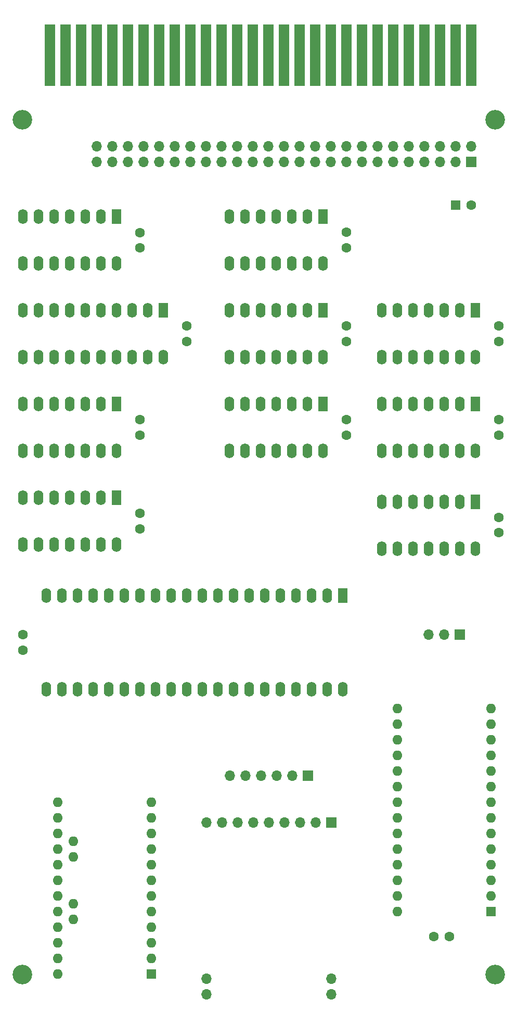
<source format=gbs>
G04 #@! TF.GenerationSoftware,KiCad,Pcbnew,(5.1.9)-1*
G04 #@! TF.CreationDate,2025-07-04T21:58:15+09:00*
G04 #@! TF.ProjectId,FP-1100_SD,46502d31-3130-4305-9f53-442e6b696361,rev?*
G04 #@! TF.SameCoordinates,PX53920b0PYad82f20*
G04 #@! TF.FileFunction,Soldermask,Bot*
G04 #@! TF.FilePolarity,Negative*
%FSLAX46Y46*%
G04 Gerber Fmt 4.6, Leading zero omitted, Abs format (unit mm)*
G04 Created by KiCad (PCBNEW (5.1.9)-1) date 2025-07-04 21:58:15*
%MOMM*%
%LPD*%
G01*
G04 APERTURE LIST*
%ADD10O,1.600000X2.400000*%
%ADD11R,1.600000X2.400000*%
%ADD12C,1.600000*%
%ADD13C,3.200000*%
%ADD14R,1.600000X1.600000*%
%ADD15R,1.700000X1.700000*%
%ADD16O,1.700000X1.700000*%
%ADD17O,1.600000X1.600000*%
%ADD18R,1.780000X10.000000*%
G04 APERTURE END LIST*
D10*
X53975000Y90170000D03*
X38735000Y97790000D03*
X51435000Y90170000D03*
X41275000Y97790000D03*
X48895000Y90170000D03*
X43815000Y97790000D03*
X46355000Y90170000D03*
X46355000Y97790000D03*
X43815000Y90170000D03*
X48895000Y97790000D03*
X41275000Y90170000D03*
X51435000Y97790000D03*
X38735000Y90170000D03*
D11*
X53975000Y97790000D03*
D12*
X5080000Y57785000D03*
X5080000Y60285000D03*
D11*
X57150000Y66675000D03*
D10*
X8890000Y51435000D03*
X54610000Y66675000D03*
X11430000Y51435000D03*
X52070000Y66675000D03*
X13970000Y51435000D03*
X49530000Y66675000D03*
X16510000Y51435000D03*
X46990000Y66675000D03*
X19050000Y51435000D03*
X44450000Y66675000D03*
X21590000Y51435000D03*
X41910000Y66675000D03*
X24130000Y51435000D03*
X39370000Y66675000D03*
X26670000Y51435000D03*
X36830000Y66675000D03*
X29210000Y51435000D03*
X34290000Y66675000D03*
X31750000Y51435000D03*
X31750000Y66675000D03*
X34290000Y51435000D03*
X29210000Y66675000D03*
X36830000Y51435000D03*
X26670000Y66675000D03*
X39370000Y51435000D03*
X24130000Y66675000D03*
X41910000Y51435000D03*
X21590000Y66675000D03*
X44450000Y51435000D03*
X19050000Y66675000D03*
X46990000Y51435000D03*
X16510000Y66675000D03*
X49530000Y51435000D03*
X13970000Y66675000D03*
X52070000Y51435000D03*
X11430000Y66675000D03*
X54610000Y51435000D03*
X8890000Y66675000D03*
X57150000Y51435000D03*
D12*
X74532000Y11221000D03*
X72032000Y11221000D03*
D13*
X5000000Y144000000D03*
X82000000Y144000000D03*
X82000000Y5000000D03*
X5000000Y5000000D03*
D14*
X75565000Y130175000D03*
D12*
X78065000Y130175000D03*
D15*
X55305000Y29720000D03*
D16*
X52765000Y29720000D03*
X50225000Y29720000D03*
X47685000Y29720000D03*
X45145000Y29720000D03*
X42605000Y29720000D03*
X40065000Y29720000D03*
X37525000Y29720000D03*
X34985000Y29720000D03*
X34985000Y1780000D03*
X34985000Y4320000D03*
X55305000Y1780000D03*
X55305000Y4320000D03*
D14*
X26035000Y5080000D03*
D17*
X26035000Y7620000D03*
X26035000Y10160000D03*
X10795000Y33020000D03*
X26035000Y12700000D03*
X10795000Y30480000D03*
X26035000Y15240000D03*
X10795000Y27940000D03*
X26035000Y17780000D03*
X10795000Y25400000D03*
X26035000Y20320000D03*
X10795000Y22860000D03*
X26035000Y22860000D03*
X10795000Y20320000D03*
X26035000Y25400000D03*
X10795000Y17780000D03*
X26035000Y27940000D03*
X10795000Y15240000D03*
X26035000Y30480000D03*
X10795000Y12700000D03*
X26035000Y33020000D03*
X10795000Y10160000D03*
X10795000Y7620000D03*
X10795000Y5080000D03*
X13335000Y13970000D03*
X13335000Y16510000D03*
X13335000Y24130000D03*
X13335000Y26670000D03*
D15*
X51495000Y37340000D03*
D16*
X48955000Y37340000D03*
X46415000Y37340000D03*
X43875000Y37340000D03*
X41335000Y37340000D03*
X38795000Y37340000D03*
D12*
X57785000Y123230000D03*
X57785000Y125730000D03*
X82550000Y110490000D03*
X82550000Y107990000D03*
X57785000Y107990000D03*
X57785000Y110490000D03*
X82550000Y95250000D03*
X82550000Y92750000D03*
X82550000Y76875000D03*
X82550000Y79375000D03*
X57785000Y92750000D03*
X57785000Y95250000D03*
X24130000Y95250000D03*
X24130000Y92750000D03*
X24130000Y80010000D03*
X24130000Y77510000D03*
D18*
X9525000Y154559000D03*
X12065000Y154559000D03*
X14605000Y154559000D03*
X17145000Y154559000D03*
X19685000Y154559000D03*
X22225000Y154559000D03*
X24765000Y154559000D03*
X27305000Y154559000D03*
X29845000Y154559000D03*
X32385000Y154559000D03*
X34925000Y154559000D03*
X37465000Y154559000D03*
X40005000Y154559000D03*
X42545000Y154559000D03*
X45085000Y154559000D03*
X47625000Y154559000D03*
X50165000Y154559000D03*
X52705000Y154559000D03*
X55245000Y154559000D03*
X57785000Y154559000D03*
X60325000Y154559000D03*
X62865000Y154559000D03*
X65405000Y154559000D03*
X67945000Y154559000D03*
X70485000Y154559000D03*
X73025000Y154559000D03*
X75565000Y154559000D03*
X78105000Y154559000D03*
D11*
X53975000Y128270000D03*
D10*
X38735000Y120650000D03*
X51435000Y128270000D03*
X41275000Y120650000D03*
X48895000Y128270000D03*
X43815000Y120650000D03*
X46355000Y128270000D03*
X46355000Y120650000D03*
X43815000Y128270000D03*
X48895000Y120650000D03*
X41275000Y128270000D03*
X51435000Y120650000D03*
X38735000Y128270000D03*
X53975000Y120650000D03*
X78740000Y105410000D03*
X63500000Y113030000D03*
X76200000Y105410000D03*
X66040000Y113030000D03*
X73660000Y105410000D03*
X68580000Y113030000D03*
X71120000Y105410000D03*
X71120000Y113030000D03*
X68580000Y105410000D03*
X73660000Y113030000D03*
X66040000Y105410000D03*
X76200000Y113030000D03*
X63500000Y105410000D03*
D11*
X78740000Y113030000D03*
X53975000Y113030000D03*
D10*
X38735000Y105410000D03*
X51435000Y113030000D03*
X41275000Y105410000D03*
X48895000Y113030000D03*
X43815000Y105410000D03*
X46355000Y113030000D03*
X46355000Y105410000D03*
X43815000Y113030000D03*
X48895000Y105410000D03*
X41275000Y113030000D03*
X51435000Y105410000D03*
X38735000Y113030000D03*
X53975000Y105410000D03*
D11*
X78740000Y97790000D03*
D10*
X63500000Y90170000D03*
X76200000Y97790000D03*
X66040000Y90170000D03*
X73660000Y97790000D03*
X68580000Y90170000D03*
X71120000Y97790000D03*
X71120000Y90170000D03*
X68580000Y97790000D03*
X73660000Y90170000D03*
X66040000Y97790000D03*
X76200000Y90170000D03*
X63500000Y97790000D03*
X78740000Y90170000D03*
X78740000Y74295000D03*
X63500000Y81915000D03*
X76200000Y74295000D03*
X66040000Y81915000D03*
X73660000Y74295000D03*
X68580000Y81915000D03*
X71120000Y74295000D03*
X71120000Y81915000D03*
X68580000Y74295000D03*
X73660000Y81915000D03*
X66040000Y74295000D03*
X76200000Y81915000D03*
X63500000Y74295000D03*
D11*
X78740000Y81915000D03*
X20320000Y97790000D03*
D10*
X5080000Y90170000D03*
X17780000Y97790000D03*
X7620000Y90170000D03*
X15240000Y97790000D03*
X10160000Y90170000D03*
X12700000Y97790000D03*
X12700000Y90170000D03*
X10160000Y97790000D03*
X15240000Y90170000D03*
X7620000Y97790000D03*
X17780000Y90170000D03*
X5080000Y97790000D03*
X20320000Y90170000D03*
D11*
X20320000Y82550000D03*
D10*
X5080000Y74930000D03*
X17780000Y82550000D03*
X7620000Y74930000D03*
X15240000Y82550000D03*
X10160000Y74930000D03*
X12700000Y82550000D03*
X12700000Y74930000D03*
X10160000Y82550000D03*
X15240000Y74930000D03*
X7620000Y82550000D03*
X17780000Y74930000D03*
X5080000Y82550000D03*
X20320000Y74930000D03*
D12*
X24130000Y125690000D03*
X24130000Y123190000D03*
X31750000Y107990000D03*
X31750000Y110490000D03*
D11*
X20320000Y128270000D03*
D10*
X5080000Y120650000D03*
X17780000Y128270000D03*
X7620000Y120650000D03*
X15240000Y128270000D03*
X10160000Y120650000D03*
X12700000Y128270000D03*
X12700000Y120650000D03*
X10160000Y128270000D03*
X15240000Y120650000D03*
X7620000Y128270000D03*
X17780000Y120650000D03*
X5080000Y128270000D03*
X20320000Y120650000D03*
D11*
X27940000Y113030000D03*
D10*
X5080000Y105410000D03*
X25400000Y113030000D03*
X7620000Y105410000D03*
X22860000Y113030000D03*
X10160000Y105410000D03*
X20320000Y113030000D03*
X12700000Y105410000D03*
X17780000Y113030000D03*
X15240000Y105410000D03*
X15240000Y113030000D03*
X17780000Y105410000D03*
X12700000Y113030000D03*
X20320000Y105410000D03*
X10160000Y113030000D03*
X22860000Y105410000D03*
X7620000Y113030000D03*
X25400000Y105410000D03*
X5080000Y113030000D03*
X27940000Y105410000D03*
D15*
X76200000Y60325000D03*
D16*
X73660000Y60325000D03*
X71120000Y60325000D03*
D14*
X81280000Y15240000D03*
D17*
X66040000Y48260000D03*
X81280000Y17780000D03*
X66040000Y45720000D03*
X81280000Y20320000D03*
X66040000Y43180000D03*
X81280000Y22860000D03*
X66040000Y40640000D03*
X81280000Y25400000D03*
X66040000Y38100000D03*
X81280000Y27940000D03*
X66040000Y35560000D03*
X81280000Y30480000D03*
X66040000Y33020000D03*
X81280000Y33020000D03*
X66040000Y30480000D03*
X81280000Y35560000D03*
X66040000Y27940000D03*
X81280000Y38100000D03*
X66040000Y25400000D03*
X81280000Y40640000D03*
X66040000Y22860000D03*
X81280000Y43180000D03*
X66040000Y20320000D03*
X81280000Y45720000D03*
X66040000Y17780000D03*
X81280000Y48260000D03*
X66040000Y15240000D03*
D16*
X17145000Y139700000D03*
X17145000Y137160000D03*
X19685000Y139700000D03*
X22225000Y139700000D03*
X24765000Y139700000D03*
X37465000Y139700000D03*
X40005000Y137160000D03*
X62865000Y137160000D03*
X45085000Y139700000D03*
X57785000Y139700000D03*
X47625000Y137160000D03*
X50165000Y137160000D03*
X60325000Y139700000D03*
X60325000Y137160000D03*
X27305000Y137160000D03*
X32385000Y137160000D03*
X65405000Y139700000D03*
X34925000Y137160000D03*
X50165000Y139700000D03*
X40005000Y139700000D03*
X45085000Y137160000D03*
X55245000Y139700000D03*
X37465000Y137160000D03*
X34925000Y139700000D03*
X47625000Y139700000D03*
X29845000Y139700000D03*
X29845000Y137160000D03*
X42545000Y139700000D03*
X55245000Y137160000D03*
X24765000Y137160000D03*
X57785000Y137160000D03*
X52705000Y137160000D03*
X52705000Y139700000D03*
X32385000Y139700000D03*
X19685000Y137160000D03*
X22225000Y137160000D03*
X27305000Y139700000D03*
X62865000Y139700000D03*
X42545000Y137160000D03*
X65405000Y137160000D03*
X67945000Y139700000D03*
X75565000Y137160000D03*
X70485000Y137160000D03*
X67945000Y137160000D03*
X70485000Y139700000D03*
X73025000Y139700000D03*
X73025000Y137160000D03*
X75565000Y139700000D03*
X78105000Y139700000D03*
D15*
X78105000Y137160000D03*
M02*

</source>
